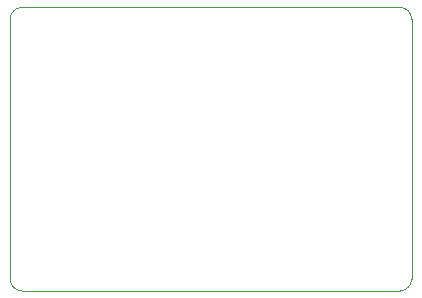
<source format=gm1>
G04 #@! TF.FileFunction,Profile,NP*
%FSLAX46Y46*%
G04 Gerber Fmt 4.6, Leading zero omitted, Abs format (unit mm)*
G04 Created by KiCad (PCBNEW 4.0.1-stable) date 3/11/2016 2:16:34 AM*
%MOMM*%
G01*
G04 APERTURE LIST*
%ADD10C,0.100000*%
%ADD11C,0.010000*%
G04 APERTURE END LIST*
D10*
D11*
X136000000Y-116000000D02*
G75*
G03X137000000Y-117000000I1000000J0D01*
G01*
X169000000Y-117000000D02*
G75*
G03X170000000Y-116000000I0J1000000D01*
G01*
X137000000Y-93000000D02*
G75*
G03X136000000Y-94000000I0J-1000000D01*
G01*
X170000000Y-94000000D02*
G75*
G03X169000000Y-93000000I-1000000J0D01*
G01*
X136000000Y-116000000D02*
X136000000Y-94000000D01*
X169000000Y-117000000D02*
X137000000Y-117000000D01*
X170000000Y-94000000D02*
X170000000Y-116000000D01*
X137000000Y-93000000D02*
X169000000Y-93000000D01*
M02*

</source>
